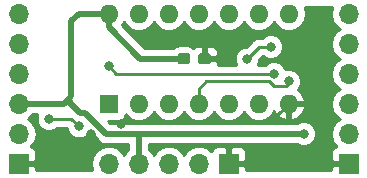
<source format=gbr>
G04 #@! TF.GenerationSoftware,KiCad,Pcbnew,5.0.0-rc3-unknown-14ce5182~65~ubuntu18.04.1*
G04 #@! TF.CreationDate,2018-07-15T20:03:12+01:00*
G04 #@! TF.ProjectId,SEN-14066-adapter,53454E2D31343036362D616461707465,rev?*
G04 #@! TF.SameCoordinates,Original*
G04 #@! TF.FileFunction,Copper,L2,Bot,Signal*
G04 #@! TF.FilePolarity,Positive*
%FSLAX46Y46*%
G04 Gerber Fmt 4.6, Leading zero omitted, Abs format (unit mm)*
G04 Created by KiCad (PCBNEW 5.0.0-rc3-unknown-14ce5182~65~ubuntu18.04.1) date Sun Jul 15 20:03:12 2018*
%MOMM*%
%LPD*%
G01*
G04 APERTURE LIST*
G04 #@! TA.AperFunction,ComponentPad*
%ADD10R,1.600000X1.600000*%
G04 #@! TD*
G04 #@! TA.AperFunction,ComponentPad*
%ADD11O,1.600000X1.600000*%
G04 #@! TD*
G04 #@! TA.AperFunction,ComponentPad*
%ADD12R,1.700000X1.700000*%
G04 #@! TD*
G04 #@! TA.AperFunction,ComponentPad*
%ADD13O,1.700000X1.700000*%
G04 #@! TD*
G04 #@! TA.AperFunction,Conductor*
%ADD14C,0.100000*%
G04 #@! TD*
G04 #@! TA.AperFunction,SMDPad,CuDef*
%ADD15C,0.950000*%
G04 #@! TD*
G04 #@! TA.AperFunction,ViaPad*
%ADD16C,0.800000*%
G04 #@! TD*
G04 #@! TA.AperFunction,Conductor*
%ADD17C,0.250000*%
G04 #@! TD*
G04 #@! TA.AperFunction,Conductor*
%ADD18C,0.500000*%
G04 #@! TD*
G04 #@! TA.AperFunction,Conductor*
%ADD19C,0.254000*%
G04 #@! TD*
G04 APERTURE END LIST*
D10*
G04 #@! TO.P,U1,1*
G04 #@! TO.N,Net-(R2-Pad1)*
X71120000Y-68580000D03*
D11*
G04 #@! TO.P,U1,8*
G04 #@! TO.N,Net-(U1-Pad5)*
X86360000Y-60960000D03*
G04 #@! TO.P,U1,2*
G04 #@! TO.N,Net-(U1-Pad2)*
X73660000Y-68580000D03*
G04 #@! TO.P,U1,9*
G04 #@! TO.N,Net-(J3-Pad5)*
X83820000Y-60960000D03*
G04 #@! TO.P,U1,3*
G04 #@! TO.N,Net-(U1-Pad2)*
X76200000Y-68580000D03*
G04 #@! TO.P,U1,10*
G04 #@! TO.N,N/C*
X81280000Y-60960000D03*
G04 #@! TO.P,U1,4*
G04 #@! TO.N,Net-(R3-Pad2)*
X78740000Y-68580000D03*
G04 #@! TO.P,U1,11*
G04 #@! TO.N,N/C*
X78740000Y-60960000D03*
G04 #@! TO.P,U1,5*
G04 #@! TO.N,Net-(U1-Pad5)*
X81280000Y-68580000D03*
G04 #@! TO.P,U1,12*
G04 #@! TO.N,N/C*
X76200000Y-60960000D03*
G04 #@! TO.P,U1,6*
G04 #@! TO.N,RXD*
X83820000Y-68580000D03*
G04 #@! TO.P,U1,13*
G04 #@! TO.N,N/C*
X73660000Y-60960000D03*
G04 #@! TO.P,U1,7*
G04 #@! TO.N,GND*
X86360000Y-68580000D03*
G04 #@! TO.P,U1,14*
G04 #@! TO.N,Vcc*
X71120000Y-60960000D03*
G04 #@! TD*
D12*
G04 #@! TO.P,J1,1*
G04 #@! TO.N,GND*
X63500000Y-73660000D03*
D13*
G04 #@! TO.P,J1,2*
G04 #@! TO.N,Net-(J1-Pad2)*
X63500000Y-71120000D03*
G04 #@! TO.P,J1,3*
G04 #@! TO.N,Vcc*
X63500000Y-68580000D03*
G04 #@! TO.P,J1,4*
G04 #@! TO.N,TXD*
X63500000Y-66040000D03*
G04 #@! TO.P,J1,5*
G04 #@! TO.N,RXD*
X63500000Y-63500000D03*
G04 #@! TO.P,J1,6*
G04 #@! TO.N,Net-(J1-Pad6)*
X63500000Y-60960000D03*
G04 #@! TD*
D12*
G04 #@! TO.P,J2,1*
G04 #@! TO.N,GND*
X81280000Y-73660000D03*
D13*
G04 #@! TO.P,J2,2*
G04 #@! TO.N,RXD*
X78740000Y-73660000D03*
G04 #@! TO.P,J2,3*
G04 #@! TO.N,TXD*
X76200000Y-73660000D03*
G04 #@! TO.P,J2,4*
G04 #@! TO.N,Vcc*
X73660000Y-73660000D03*
G04 #@! TO.P,J2,5*
G04 #@! TO.N,Net-(J2-Pad5)*
X71120000Y-73660000D03*
G04 #@! TD*
G04 #@! TO.P,J3,6*
G04 #@! TO.N,Net-(J3-Pad6)*
X91440000Y-60960000D03*
G04 #@! TO.P,J3,5*
G04 #@! TO.N,Net-(J3-Pad5)*
X91440000Y-63500000D03*
G04 #@! TO.P,J3,4*
G04 #@! TO.N,Net-(J3-Pad4)*
X91440000Y-66040000D03*
G04 #@! TO.P,J3,3*
G04 #@! TO.N,Vcc*
X91440000Y-68580000D03*
G04 #@! TO.P,J3,2*
G04 #@! TO.N,Net-(J3-Pad2)*
X91440000Y-71120000D03*
D12*
G04 #@! TO.P,J3,1*
G04 #@! TO.N,GND*
X91440000Y-73660000D03*
G04 #@! TD*
D14*
G04 #@! TO.N,Vcc*
G04 #@! TO.C,C1*
G36*
X77780779Y-64296144D02*
X77803834Y-64299563D01*
X77826443Y-64305227D01*
X77848387Y-64313079D01*
X77869457Y-64323044D01*
X77889448Y-64335026D01*
X77908168Y-64348910D01*
X77925438Y-64364562D01*
X77941090Y-64381832D01*
X77954974Y-64400552D01*
X77966956Y-64420543D01*
X77976921Y-64441613D01*
X77984773Y-64463557D01*
X77990437Y-64486166D01*
X77993856Y-64509221D01*
X77995000Y-64532500D01*
X77995000Y-65007500D01*
X77993856Y-65030779D01*
X77990437Y-65053834D01*
X77984773Y-65076443D01*
X77976921Y-65098387D01*
X77966956Y-65119457D01*
X77954974Y-65139448D01*
X77941090Y-65158168D01*
X77925438Y-65175438D01*
X77908168Y-65191090D01*
X77889448Y-65204974D01*
X77869457Y-65216956D01*
X77848387Y-65226921D01*
X77826443Y-65234773D01*
X77803834Y-65240437D01*
X77780779Y-65243856D01*
X77757500Y-65245000D01*
X77182500Y-65245000D01*
X77159221Y-65243856D01*
X77136166Y-65240437D01*
X77113557Y-65234773D01*
X77091613Y-65226921D01*
X77070543Y-65216956D01*
X77050552Y-65204974D01*
X77031832Y-65191090D01*
X77014562Y-65175438D01*
X76998910Y-65158168D01*
X76985026Y-65139448D01*
X76973044Y-65119457D01*
X76963079Y-65098387D01*
X76955227Y-65076443D01*
X76949563Y-65053834D01*
X76946144Y-65030779D01*
X76945000Y-65007500D01*
X76945000Y-64532500D01*
X76946144Y-64509221D01*
X76949563Y-64486166D01*
X76955227Y-64463557D01*
X76963079Y-64441613D01*
X76973044Y-64420543D01*
X76985026Y-64400552D01*
X76998910Y-64381832D01*
X77014562Y-64364562D01*
X77031832Y-64348910D01*
X77050552Y-64335026D01*
X77070543Y-64323044D01*
X77091613Y-64313079D01*
X77113557Y-64305227D01*
X77136166Y-64299563D01*
X77159221Y-64296144D01*
X77182500Y-64295000D01*
X77757500Y-64295000D01*
X77780779Y-64296144D01*
X77780779Y-64296144D01*
G37*
D15*
G04 #@! TD*
G04 #@! TO.P,C1,1*
G04 #@! TO.N,Vcc*
X77470000Y-64770000D03*
D14*
G04 #@! TO.N,GND*
G04 #@! TO.C,C1*
G36*
X79530779Y-64296144D02*
X79553834Y-64299563D01*
X79576443Y-64305227D01*
X79598387Y-64313079D01*
X79619457Y-64323044D01*
X79639448Y-64335026D01*
X79658168Y-64348910D01*
X79675438Y-64364562D01*
X79691090Y-64381832D01*
X79704974Y-64400552D01*
X79716956Y-64420543D01*
X79726921Y-64441613D01*
X79734773Y-64463557D01*
X79740437Y-64486166D01*
X79743856Y-64509221D01*
X79745000Y-64532500D01*
X79745000Y-65007500D01*
X79743856Y-65030779D01*
X79740437Y-65053834D01*
X79734773Y-65076443D01*
X79726921Y-65098387D01*
X79716956Y-65119457D01*
X79704974Y-65139448D01*
X79691090Y-65158168D01*
X79675438Y-65175438D01*
X79658168Y-65191090D01*
X79639448Y-65204974D01*
X79619457Y-65216956D01*
X79598387Y-65226921D01*
X79576443Y-65234773D01*
X79553834Y-65240437D01*
X79530779Y-65243856D01*
X79507500Y-65245000D01*
X78932500Y-65245000D01*
X78909221Y-65243856D01*
X78886166Y-65240437D01*
X78863557Y-65234773D01*
X78841613Y-65226921D01*
X78820543Y-65216956D01*
X78800552Y-65204974D01*
X78781832Y-65191090D01*
X78764562Y-65175438D01*
X78748910Y-65158168D01*
X78735026Y-65139448D01*
X78723044Y-65119457D01*
X78713079Y-65098387D01*
X78705227Y-65076443D01*
X78699563Y-65053834D01*
X78696144Y-65030779D01*
X78695000Y-65007500D01*
X78695000Y-64532500D01*
X78696144Y-64509221D01*
X78699563Y-64486166D01*
X78705227Y-64463557D01*
X78713079Y-64441613D01*
X78723044Y-64420543D01*
X78735026Y-64400552D01*
X78748910Y-64381832D01*
X78764562Y-64364562D01*
X78781832Y-64348910D01*
X78800552Y-64335026D01*
X78820543Y-64323044D01*
X78841613Y-64313079D01*
X78863557Y-64305227D01*
X78886166Y-64299563D01*
X78909221Y-64296144D01*
X78932500Y-64295000D01*
X79507500Y-64295000D01*
X79530779Y-64296144D01*
X79530779Y-64296144D01*
G37*
D15*
G04 #@! TD*
G04 #@! TO.P,C1,2*
G04 #@! TO.N,GND*
X79220000Y-64770000D03*
D16*
G04 #@! TO.N,Net-(U1-Pad5)*
X84836000Y-63754000D03*
X82799347Y-64774653D03*
G04 #@! TO.N,Net-(J3-Pad4)*
X85090000Y-66040000D03*
X71120000Y-65405000D03*
G04 #@! TO.N,GND*
X69596000Y-71120000D03*
X72136000Y-70270000D03*
G04 #@! TO.N,Vcc*
X87630000Y-71120000D03*
G04 #@! TO.N,Net-(R2-Pad1)*
X66040000Y-69850000D03*
X68580000Y-70485000D03*
G04 #@! TO.N,Net-(R3-Pad2)*
X86360000Y-66675000D03*
G04 #@! TD*
D17*
G04 #@! TO.N,Net-(U1-Pad5)*
X84836000Y-63754000D02*
X83820000Y-63754000D01*
X82804000Y-64770000D02*
X82799347Y-64774653D01*
X83820000Y-63754000D02*
X82799347Y-64774653D01*
G04 #@! TO.N,Net-(J3-Pad4)*
X85090000Y-66040000D02*
X71755000Y-66040000D01*
X71755000Y-66040000D02*
X71120000Y-65405000D01*
D18*
G04 #@! TO.N,GND*
X86280000Y-68580000D02*
X86360000Y-68580000D01*
D17*
X86360000Y-68580000D02*
X85560001Y-69379999D01*
X85560001Y-69379999D02*
X84836000Y-70104000D01*
X84836000Y-70104000D02*
X72644000Y-70104000D01*
X68834000Y-73152000D02*
X69596000Y-72390000D01*
X63500000Y-73660000D02*
X68834000Y-73660000D01*
X69596000Y-72390000D02*
X69596000Y-71120000D01*
X68834000Y-73660000D02*
X68834000Y-73152000D01*
X72644000Y-70104000D02*
X72302000Y-70104000D01*
X72302000Y-70104000D02*
X72136000Y-70270000D01*
D18*
G04 #@! TO.N,Vcc*
X68580000Y-60960000D02*
X71120000Y-60960000D01*
X67945000Y-61595000D02*
X68580000Y-60960000D01*
X67945000Y-67945000D02*
X67945000Y-61595000D01*
X76845000Y-64770000D02*
X77470000Y-64770000D01*
X73798630Y-64770000D02*
X76845000Y-64770000D01*
X71120000Y-62091370D02*
X73798630Y-64770000D01*
X71120000Y-60960000D02*
X71120000Y-62091370D01*
X63500000Y-68580000D02*
X67310000Y-68580000D01*
X76200000Y-71120000D02*
X87630000Y-71120000D01*
X67564000Y-68326000D02*
X67818000Y-68326000D01*
X67564000Y-68326000D02*
X67945000Y-67945000D01*
X67310000Y-68580000D02*
X67564000Y-68326000D01*
X67679002Y-68326000D02*
X68695002Y-69342000D01*
X67564000Y-68326000D02*
X67679002Y-68326000D01*
X68695002Y-69342000D02*
X69088000Y-69342000D01*
X69088000Y-69342000D02*
X70866000Y-71120000D01*
X73660000Y-71120000D02*
X76200000Y-71120000D01*
X73660000Y-71120000D02*
X73660000Y-73660000D01*
X70866000Y-71120000D02*
X73660000Y-71120000D01*
D17*
G04 #@! TO.N,Net-(R2-Pad1)*
X66040000Y-69850000D02*
X67945000Y-69850000D01*
X67945000Y-69850000D02*
X68580000Y-70485000D01*
G04 #@! TO.N,Net-(R3-Pad2)*
X78740000Y-68580000D02*
X78740000Y-67310000D01*
X78740000Y-67310000D02*
X79375000Y-66675000D01*
X79375000Y-66675000D02*
X83820000Y-66675000D01*
X83820000Y-66675000D02*
X84455000Y-66675000D01*
X84651998Y-66675000D02*
X85090000Y-67113002D01*
X84455000Y-66675000D02*
X84651998Y-66675000D01*
X85090000Y-67113002D02*
X86163002Y-67113002D01*
X86163002Y-67113002D02*
X86360000Y-66916004D01*
X86360000Y-66916004D02*
X86360000Y-66675000D01*
G04 #@! TD*
D19*
G04 #@! TO.N,GND*
G36*
X89925908Y-60960000D02*
X90041161Y-61539418D01*
X90369375Y-62030625D01*
X90667761Y-62230000D01*
X90369375Y-62429375D01*
X90041161Y-62920582D01*
X89925908Y-63500000D01*
X90041161Y-64079418D01*
X90369375Y-64570625D01*
X90667761Y-64770000D01*
X90369375Y-64969375D01*
X90041161Y-65460582D01*
X89925908Y-66040000D01*
X90041161Y-66619418D01*
X90369375Y-67110625D01*
X90667761Y-67310000D01*
X90369375Y-67509375D01*
X90041161Y-68000582D01*
X89925908Y-68580000D01*
X90041161Y-69159418D01*
X90369375Y-69650625D01*
X90667761Y-69850000D01*
X90369375Y-70049375D01*
X90041161Y-70540582D01*
X89925908Y-71120000D01*
X90041161Y-71699418D01*
X90369375Y-72190625D01*
X90391033Y-72205096D01*
X90230302Y-72271673D01*
X90051673Y-72450301D01*
X89955000Y-72683690D01*
X89955000Y-73374250D01*
X90113750Y-73533000D01*
X91313000Y-73533000D01*
X91313000Y-73513000D01*
X91567000Y-73513000D01*
X91567000Y-73533000D01*
X91587000Y-73533000D01*
X91587000Y-73787000D01*
X91567000Y-73787000D01*
X91567000Y-73807000D01*
X91313000Y-73807000D01*
X91313000Y-73787000D01*
X90113750Y-73787000D01*
X89955000Y-73945750D01*
X89955000Y-74220000D01*
X82765000Y-74220000D01*
X82765000Y-73945750D01*
X82606250Y-73787000D01*
X81407000Y-73787000D01*
X81407000Y-73807000D01*
X81153000Y-73807000D01*
X81153000Y-73787000D01*
X81133000Y-73787000D01*
X81133000Y-73533000D01*
X81153000Y-73533000D01*
X81153000Y-72333750D01*
X81407000Y-72333750D01*
X81407000Y-73533000D01*
X82606250Y-73533000D01*
X82765000Y-73374250D01*
X82765000Y-72683691D01*
X82668327Y-72450302D01*
X82489699Y-72271673D01*
X82256310Y-72175000D01*
X81565750Y-72175000D01*
X81407000Y-72333750D01*
X81153000Y-72333750D01*
X80994250Y-72175000D01*
X80303690Y-72175000D01*
X80070301Y-72271673D01*
X79891673Y-72450302D01*
X79825096Y-72611033D01*
X79810625Y-72589375D01*
X79319418Y-72261161D01*
X78886256Y-72175000D01*
X78593744Y-72175000D01*
X78160582Y-72261161D01*
X77669375Y-72589375D01*
X77470000Y-72887761D01*
X77270625Y-72589375D01*
X76779418Y-72261161D01*
X76346256Y-72175000D01*
X76053744Y-72175000D01*
X75620582Y-72261161D01*
X75129375Y-72589375D01*
X74930000Y-72887761D01*
X74730625Y-72589375D01*
X74545000Y-72465344D01*
X74545000Y-72005000D01*
X87061993Y-72005000D01*
X87424126Y-72155000D01*
X87835874Y-72155000D01*
X88216280Y-71997431D01*
X88507431Y-71706280D01*
X88665000Y-71325874D01*
X88665000Y-70914126D01*
X88507431Y-70533720D01*
X88216280Y-70242569D01*
X87835874Y-70085000D01*
X87424126Y-70085000D01*
X87061993Y-70235000D01*
X73747164Y-70235000D01*
X73660000Y-70217662D01*
X73572835Y-70235000D01*
X71232579Y-70235000D01*
X71025019Y-70027440D01*
X71920000Y-70027440D01*
X72167765Y-69978157D01*
X72377809Y-69837809D01*
X72518157Y-69627765D01*
X72544785Y-69493894D01*
X72625423Y-69614577D01*
X73100091Y-69931740D01*
X73518667Y-70015000D01*
X73801333Y-70015000D01*
X74219909Y-69931740D01*
X74694577Y-69614577D01*
X74930000Y-69262242D01*
X75165423Y-69614577D01*
X75640091Y-69931740D01*
X76058667Y-70015000D01*
X76341333Y-70015000D01*
X76759909Y-69931740D01*
X77234577Y-69614577D01*
X77470000Y-69262242D01*
X77705423Y-69614577D01*
X78180091Y-69931740D01*
X78598667Y-70015000D01*
X78881333Y-70015000D01*
X79299909Y-69931740D01*
X79774577Y-69614577D01*
X80010000Y-69262242D01*
X80245423Y-69614577D01*
X80720091Y-69931740D01*
X81138667Y-70015000D01*
X81421333Y-70015000D01*
X81839909Y-69931740D01*
X82314577Y-69614577D01*
X82550000Y-69262242D01*
X82785423Y-69614577D01*
X83260091Y-69931740D01*
X83678667Y-70015000D01*
X83961333Y-70015000D01*
X84379909Y-69931740D01*
X84854577Y-69614577D01*
X85110947Y-69230892D01*
X85207611Y-69435134D01*
X85622577Y-69811041D01*
X86010961Y-69971904D01*
X86233000Y-69849915D01*
X86233000Y-68707000D01*
X86487000Y-68707000D01*
X86487000Y-69849915D01*
X86709039Y-69971904D01*
X87097423Y-69811041D01*
X87512389Y-69435134D01*
X87751914Y-68929041D01*
X87630629Y-68707000D01*
X86487000Y-68707000D01*
X86233000Y-68707000D01*
X86213000Y-68707000D01*
X86213000Y-68453000D01*
X86233000Y-68453000D01*
X86233000Y-68433000D01*
X86487000Y-68433000D01*
X86487000Y-68453000D01*
X87630629Y-68453000D01*
X87751914Y-68230959D01*
X87512389Y-67724866D01*
X87124880Y-67373831D01*
X87237431Y-67261280D01*
X87395000Y-66880874D01*
X87395000Y-66469126D01*
X87237431Y-66088720D01*
X86946280Y-65797569D01*
X86565874Y-65640000D01*
X86154126Y-65640000D01*
X86060632Y-65678727D01*
X85967431Y-65453720D01*
X85676280Y-65162569D01*
X85295874Y-65005000D01*
X84884126Y-65005000D01*
X84503720Y-65162569D01*
X84386289Y-65280000D01*
X83710301Y-65280000D01*
X83834347Y-64980527D01*
X83834347Y-64814455D01*
X84133546Y-64515257D01*
X84249720Y-64631431D01*
X84630126Y-64789000D01*
X85041874Y-64789000D01*
X85422280Y-64631431D01*
X85713431Y-64340280D01*
X85871000Y-63959874D01*
X85871000Y-63548126D01*
X85713431Y-63167720D01*
X85422280Y-62876569D01*
X85041874Y-62719000D01*
X84630126Y-62719000D01*
X84249720Y-62876569D01*
X84132289Y-62994000D01*
X83894846Y-62994000D01*
X83819999Y-62979112D01*
X83745152Y-62994000D01*
X83745148Y-62994000D01*
X83523463Y-63038096D01*
X83523461Y-63038097D01*
X83523462Y-63038097D01*
X83335526Y-63163671D01*
X83335524Y-63163673D01*
X83272071Y-63206071D01*
X83229673Y-63269525D01*
X82759545Y-63739653D01*
X82593473Y-63739653D01*
X82213067Y-63897222D01*
X81921916Y-64188373D01*
X81764347Y-64568779D01*
X81764347Y-64980527D01*
X81888393Y-65280000D01*
X80380000Y-65280000D01*
X80380000Y-65055750D01*
X80221250Y-64897000D01*
X79347000Y-64897000D01*
X79347000Y-64917000D01*
X79093000Y-64917000D01*
X79093000Y-64897000D01*
X79073000Y-64897000D01*
X79073000Y-64643000D01*
X79093000Y-64643000D01*
X79093000Y-63818750D01*
X79347000Y-63818750D01*
X79347000Y-64643000D01*
X80221250Y-64643000D01*
X80380000Y-64484250D01*
X80380000Y-64168690D01*
X80283327Y-63935301D01*
X80104698Y-63756673D01*
X79871309Y-63660000D01*
X79505750Y-63660000D01*
X79347000Y-63818750D01*
X79093000Y-63818750D01*
X78934250Y-63660000D01*
X78568691Y-63660000D01*
X78335302Y-63756673D01*
X78264540Y-63827435D01*
X78096152Y-63714922D01*
X77757500Y-63647560D01*
X77182500Y-63647560D01*
X76843848Y-63714922D01*
X76589309Y-63885000D01*
X74165209Y-63885000D01*
X72202726Y-61922517D01*
X72390000Y-61642242D01*
X72625423Y-61994577D01*
X73100091Y-62311740D01*
X73518667Y-62395000D01*
X73801333Y-62395000D01*
X74219909Y-62311740D01*
X74694577Y-61994577D01*
X74930000Y-61642242D01*
X75165423Y-61994577D01*
X75640091Y-62311740D01*
X76058667Y-62395000D01*
X76341333Y-62395000D01*
X76759909Y-62311740D01*
X77234577Y-61994577D01*
X77470000Y-61642242D01*
X77705423Y-61994577D01*
X78180091Y-62311740D01*
X78598667Y-62395000D01*
X78881333Y-62395000D01*
X79299909Y-62311740D01*
X79774577Y-61994577D01*
X80010000Y-61642242D01*
X80245423Y-61994577D01*
X80720091Y-62311740D01*
X81138667Y-62395000D01*
X81421333Y-62395000D01*
X81839909Y-62311740D01*
X82314577Y-61994577D01*
X82550000Y-61642242D01*
X82785423Y-61994577D01*
X83260091Y-62311740D01*
X83678667Y-62395000D01*
X83961333Y-62395000D01*
X84379909Y-62311740D01*
X84854577Y-61994577D01*
X85090000Y-61642242D01*
X85325423Y-61994577D01*
X85800091Y-62311740D01*
X86218667Y-62395000D01*
X86501333Y-62395000D01*
X86919909Y-62311740D01*
X87394577Y-61994577D01*
X87711740Y-61519909D01*
X87823113Y-60960000D01*
X87711740Y-60400091D01*
X87711679Y-60400000D01*
X90037299Y-60400000D01*
X89925908Y-60960000D01*
X89925908Y-60960000D01*
G37*
X89925908Y-60960000D02*
X90041161Y-61539418D01*
X90369375Y-62030625D01*
X90667761Y-62230000D01*
X90369375Y-62429375D01*
X90041161Y-62920582D01*
X89925908Y-63500000D01*
X90041161Y-64079418D01*
X90369375Y-64570625D01*
X90667761Y-64770000D01*
X90369375Y-64969375D01*
X90041161Y-65460582D01*
X89925908Y-66040000D01*
X90041161Y-66619418D01*
X90369375Y-67110625D01*
X90667761Y-67310000D01*
X90369375Y-67509375D01*
X90041161Y-68000582D01*
X89925908Y-68580000D01*
X90041161Y-69159418D01*
X90369375Y-69650625D01*
X90667761Y-69850000D01*
X90369375Y-70049375D01*
X90041161Y-70540582D01*
X89925908Y-71120000D01*
X90041161Y-71699418D01*
X90369375Y-72190625D01*
X90391033Y-72205096D01*
X90230302Y-72271673D01*
X90051673Y-72450301D01*
X89955000Y-72683690D01*
X89955000Y-73374250D01*
X90113750Y-73533000D01*
X91313000Y-73533000D01*
X91313000Y-73513000D01*
X91567000Y-73513000D01*
X91567000Y-73533000D01*
X91587000Y-73533000D01*
X91587000Y-73787000D01*
X91567000Y-73787000D01*
X91567000Y-73807000D01*
X91313000Y-73807000D01*
X91313000Y-73787000D01*
X90113750Y-73787000D01*
X89955000Y-73945750D01*
X89955000Y-74220000D01*
X82765000Y-74220000D01*
X82765000Y-73945750D01*
X82606250Y-73787000D01*
X81407000Y-73787000D01*
X81407000Y-73807000D01*
X81153000Y-73807000D01*
X81153000Y-73787000D01*
X81133000Y-73787000D01*
X81133000Y-73533000D01*
X81153000Y-73533000D01*
X81153000Y-72333750D01*
X81407000Y-72333750D01*
X81407000Y-73533000D01*
X82606250Y-73533000D01*
X82765000Y-73374250D01*
X82765000Y-72683691D01*
X82668327Y-72450302D01*
X82489699Y-72271673D01*
X82256310Y-72175000D01*
X81565750Y-72175000D01*
X81407000Y-72333750D01*
X81153000Y-72333750D01*
X80994250Y-72175000D01*
X80303690Y-72175000D01*
X80070301Y-72271673D01*
X79891673Y-72450302D01*
X79825096Y-72611033D01*
X79810625Y-72589375D01*
X79319418Y-72261161D01*
X78886256Y-72175000D01*
X78593744Y-72175000D01*
X78160582Y-72261161D01*
X77669375Y-72589375D01*
X77470000Y-72887761D01*
X77270625Y-72589375D01*
X76779418Y-72261161D01*
X76346256Y-72175000D01*
X76053744Y-72175000D01*
X75620582Y-72261161D01*
X75129375Y-72589375D01*
X74930000Y-72887761D01*
X74730625Y-72589375D01*
X74545000Y-72465344D01*
X74545000Y-72005000D01*
X87061993Y-72005000D01*
X87424126Y-72155000D01*
X87835874Y-72155000D01*
X88216280Y-71997431D01*
X88507431Y-71706280D01*
X88665000Y-71325874D01*
X88665000Y-70914126D01*
X88507431Y-70533720D01*
X88216280Y-70242569D01*
X87835874Y-70085000D01*
X87424126Y-70085000D01*
X87061993Y-70235000D01*
X73747164Y-70235000D01*
X73660000Y-70217662D01*
X73572835Y-70235000D01*
X71232579Y-70235000D01*
X71025019Y-70027440D01*
X71920000Y-70027440D01*
X72167765Y-69978157D01*
X72377809Y-69837809D01*
X72518157Y-69627765D01*
X72544785Y-69493894D01*
X72625423Y-69614577D01*
X73100091Y-69931740D01*
X73518667Y-70015000D01*
X73801333Y-70015000D01*
X74219909Y-69931740D01*
X74694577Y-69614577D01*
X74930000Y-69262242D01*
X75165423Y-69614577D01*
X75640091Y-69931740D01*
X76058667Y-70015000D01*
X76341333Y-70015000D01*
X76759909Y-69931740D01*
X77234577Y-69614577D01*
X77470000Y-69262242D01*
X77705423Y-69614577D01*
X78180091Y-69931740D01*
X78598667Y-70015000D01*
X78881333Y-70015000D01*
X79299909Y-69931740D01*
X79774577Y-69614577D01*
X80010000Y-69262242D01*
X80245423Y-69614577D01*
X80720091Y-69931740D01*
X81138667Y-70015000D01*
X81421333Y-70015000D01*
X81839909Y-69931740D01*
X82314577Y-69614577D01*
X82550000Y-69262242D01*
X82785423Y-69614577D01*
X83260091Y-69931740D01*
X83678667Y-70015000D01*
X83961333Y-70015000D01*
X84379909Y-69931740D01*
X84854577Y-69614577D01*
X85110947Y-69230892D01*
X85207611Y-69435134D01*
X85622577Y-69811041D01*
X86010961Y-69971904D01*
X86233000Y-69849915D01*
X86233000Y-68707000D01*
X86487000Y-68707000D01*
X86487000Y-69849915D01*
X86709039Y-69971904D01*
X87097423Y-69811041D01*
X87512389Y-69435134D01*
X87751914Y-68929041D01*
X87630629Y-68707000D01*
X86487000Y-68707000D01*
X86233000Y-68707000D01*
X86213000Y-68707000D01*
X86213000Y-68453000D01*
X86233000Y-68453000D01*
X86233000Y-68433000D01*
X86487000Y-68433000D01*
X86487000Y-68453000D01*
X87630629Y-68453000D01*
X87751914Y-68230959D01*
X87512389Y-67724866D01*
X87124880Y-67373831D01*
X87237431Y-67261280D01*
X87395000Y-66880874D01*
X87395000Y-66469126D01*
X87237431Y-66088720D01*
X86946280Y-65797569D01*
X86565874Y-65640000D01*
X86154126Y-65640000D01*
X86060632Y-65678727D01*
X85967431Y-65453720D01*
X85676280Y-65162569D01*
X85295874Y-65005000D01*
X84884126Y-65005000D01*
X84503720Y-65162569D01*
X84386289Y-65280000D01*
X83710301Y-65280000D01*
X83834347Y-64980527D01*
X83834347Y-64814455D01*
X84133546Y-64515257D01*
X84249720Y-64631431D01*
X84630126Y-64789000D01*
X85041874Y-64789000D01*
X85422280Y-64631431D01*
X85713431Y-64340280D01*
X85871000Y-63959874D01*
X85871000Y-63548126D01*
X85713431Y-63167720D01*
X85422280Y-62876569D01*
X85041874Y-62719000D01*
X84630126Y-62719000D01*
X84249720Y-62876569D01*
X84132289Y-62994000D01*
X83894846Y-62994000D01*
X83819999Y-62979112D01*
X83745152Y-62994000D01*
X83745148Y-62994000D01*
X83523463Y-63038096D01*
X83523461Y-63038097D01*
X83523462Y-63038097D01*
X83335526Y-63163671D01*
X83335524Y-63163673D01*
X83272071Y-63206071D01*
X83229673Y-63269525D01*
X82759545Y-63739653D01*
X82593473Y-63739653D01*
X82213067Y-63897222D01*
X81921916Y-64188373D01*
X81764347Y-64568779D01*
X81764347Y-64980527D01*
X81888393Y-65280000D01*
X80380000Y-65280000D01*
X80380000Y-65055750D01*
X80221250Y-64897000D01*
X79347000Y-64897000D01*
X79347000Y-64917000D01*
X79093000Y-64917000D01*
X79093000Y-64897000D01*
X79073000Y-64897000D01*
X79073000Y-64643000D01*
X79093000Y-64643000D01*
X79093000Y-63818750D01*
X79347000Y-63818750D01*
X79347000Y-64643000D01*
X80221250Y-64643000D01*
X80380000Y-64484250D01*
X80380000Y-64168690D01*
X80283327Y-63935301D01*
X80104698Y-63756673D01*
X79871309Y-63660000D01*
X79505750Y-63660000D01*
X79347000Y-63818750D01*
X79093000Y-63818750D01*
X78934250Y-63660000D01*
X78568691Y-63660000D01*
X78335302Y-63756673D01*
X78264540Y-63827435D01*
X78096152Y-63714922D01*
X77757500Y-63647560D01*
X77182500Y-63647560D01*
X76843848Y-63714922D01*
X76589309Y-63885000D01*
X74165209Y-63885000D01*
X72202726Y-61922517D01*
X72390000Y-61642242D01*
X72625423Y-61994577D01*
X73100091Y-62311740D01*
X73518667Y-62395000D01*
X73801333Y-62395000D01*
X74219909Y-62311740D01*
X74694577Y-61994577D01*
X74930000Y-61642242D01*
X75165423Y-61994577D01*
X75640091Y-62311740D01*
X76058667Y-62395000D01*
X76341333Y-62395000D01*
X76759909Y-62311740D01*
X77234577Y-61994577D01*
X77470000Y-61642242D01*
X77705423Y-61994577D01*
X78180091Y-62311740D01*
X78598667Y-62395000D01*
X78881333Y-62395000D01*
X79299909Y-62311740D01*
X79774577Y-61994577D01*
X80010000Y-61642242D01*
X80245423Y-61994577D01*
X80720091Y-62311740D01*
X81138667Y-62395000D01*
X81421333Y-62395000D01*
X81839909Y-62311740D01*
X82314577Y-61994577D01*
X82550000Y-61642242D01*
X82785423Y-61994577D01*
X83260091Y-62311740D01*
X83678667Y-62395000D01*
X83961333Y-62395000D01*
X84379909Y-62311740D01*
X84854577Y-61994577D01*
X85090000Y-61642242D01*
X85325423Y-61994577D01*
X85800091Y-62311740D01*
X86218667Y-62395000D01*
X86501333Y-62395000D01*
X86919909Y-62311740D01*
X87394577Y-61994577D01*
X87711740Y-61519909D01*
X87823113Y-60960000D01*
X87711740Y-60400091D01*
X87711679Y-60400000D01*
X90037299Y-60400000D01*
X89925908Y-60960000D01*
G36*
X65005000Y-69644126D02*
X65005000Y-70055874D01*
X65162569Y-70436280D01*
X65453720Y-70727431D01*
X65834126Y-70885000D01*
X66245874Y-70885000D01*
X66626280Y-70727431D01*
X66743711Y-70610000D01*
X67545000Y-70610000D01*
X67545000Y-70690874D01*
X67702569Y-71071280D01*
X67993720Y-71362431D01*
X68374126Y-71520000D01*
X68785874Y-71520000D01*
X69166280Y-71362431D01*
X69457431Y-71071280D01*
X69489143Y-70994721D01*
X70178577Y-71684156D01*
X70227951Y-71758049D01*
X70301844Y-71807423D01*
X70301845Y-71807424D01*
X70520690Y-71953652D01*
X70778835Y-72005000D01*
X70778839Y-72005000D01*
X70866000Y-72022337D01*
X70953161Y-72005000D01*
X72775000Y-72005000D01*
X72775001Y-72465344D01*
X72589375Y-72589375D01*
X72390000Y-72887761D01*
X72190625Y-72589375D01*
X71699418Y-72261161D01*
X71266256Y-72175000D01*
X70973744Y-72175000D01*
X70540582Y-72261161D01*
X70049375Y-72589375D01*
X69721161Y-73080582D01*
X69605908Y-73660000D01*
X69717299Y-74220000D01*
X64985000Y-74220000D01*
X64985000Y-73945750D01*
X64826250Y-73787000D01*
X63627000Y-73787000D01*
X63627000Y-73807000D01*
X63373000Y-73807000D01*
X63373000Y-73787000D01*
X63353000Y-73787000D01*
X63353000Y-73533000D01*
X63373000Y-73533000D01*
X63373000Y-73513000D01*
X63627000Y-73513000D01*
X63627000Y-73533000D01*
X64826250Y-73533000D01*
X64985000Y-73374250D01*
X64985000Y-72683690D01*
X64888327Y-72450301D01*
X64709698Y-72271673D01*
X64548967Y-72205096D01*
X64570625Y-72190625D01*
X64898839Y-71699418D01*
X65014092Y-71120000D01*
X64898839Y-70540582D01*
X64570625Y-70049375D01*
X64272239Y-69850000D01*
X64570625Y-69650625D01*
X64694656Y-69465000D01*
X65079196Y-69465000D01*
X65005000Y-69644126D01*
X65005000Y-69644126D01*
G37*
X65005000Y-69644126D02*
X65005000Y-70055874D01*
X65162569Y-70436280D01*
X65453720Y-70727431D01*
X65834126Y-70885000D01*
X66245874Y-70885000D01*
X66626280Y-70727431D01*
X66743711Y-70610000D01*
X67545000Y-70610000D01*
X67545000Y-70690874D01*
X67702569Y-71071280D01*
X67993720Y-71362431D01*
X68374126Y-71520000D01*
X68785874Y-71520000D01*
X69166280Y-71362431D01*
X69457431Y-71071280D01*
X69489143Y-70994721D01*
X70178577Y-71684156D01*
X70227951Y-71758049D01*
X70301844Y-71807423D01*
X70301845Y-71807424D01*
X70520690Y-71953652D01*
X70778835Y-72005000D01*
X70778839Y-72005000D01*
X70866000Y-72022337D01*
X70953161Y-72005000D01*
X72775000Y-72005000D01*
X72775001Y-72465344D01*
X72589375Y-72589375D01*
X72390000Y-72887761D01*
X72190625Y-72589375D01*
X71699418Y-72261161D01*
X71266256Y-72175000D01*
X70973744Y-72175000D01*
X70540582Y-72261161D01*
X70049375Y-72589375D01*
X69721161Y-73080582D01*
X69605908Y-73660000D01*
X69717299Y-74220000D01*
X64985000Y-74220000D01*
X64985000Y-73945750D01*
X64826250Y-73787000D01*
X63627000Y-73787000D01*
X63627000Y-73807000D01*
X63373000Y-73807000D01*
X63373000Y-73787000D01*
X63353000Y-73787000D01*
X63353000Y-73533000D01*
X63373000Y-73533000D01*
X63373000Y-73513000D01*
X63627000Y-73513000D01*
X63627000Y-73533000D01*
X64826250Y-73533000D01*
X64985000Y-73374250D01*
X64985000Y-72683690D01*
X64888327Y-72450301D01*
X64709698Y-72271673D01*
X64548967Y-72205096D01*
X64570625Y-72190625D01*
X64898839Y-71699418D01*
X65014092Y-71120000D01*
X64898839Y-70540582D01*
X64570625Y-70049375D01*
X64272239Y-69850000D01*
X64570625Y-69650625D01*
X64694656Y-69465000D01*
X65079196Y-69465000D01*
X65005000Y-69644126D01*
G04 #@! TD*
M02*

</source>
